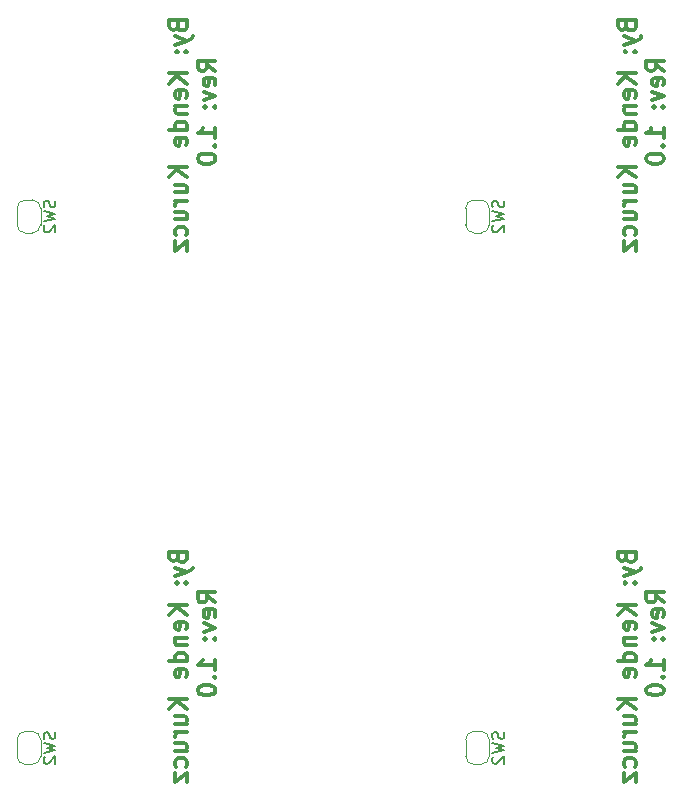
<source format=gbo>
G04 #@! TF.GenerationSoftware,KiCad,Pcbnew,9.0.3*
G04 #@! TF.CreationDate,2025-09-14T18:43:41+02:00*
G04 #@! TF.ProjectId,panel,70616e65-6c2e-46b6-9963-61645f706362,rev?*
G04 #@! TF.SameCoordinates,Original*
G04 #@! TF.FileFunction,Legend,Bot*
G04 #@! TF.FilePolarity,Positive*
%FSLAX46Y46*%
G04 Gerber Fmt 4.6, Leading zero omitted, Abs format (unit mm)*
G04 Created by KiCad (PCBNEW 9.0.3) date 2025-09-14 18:43:41*
%MOMM*%
%LPD*%
G01*
G04 APERTURE LIST*
%ADD10C,0.300000*%
%ADD11C,0.150000*%
%ADD12C,0.120000*%
G04 APERTURE END LIST*
D10*
X35831798Y-54611710D02*
X35903226Y-54825996D01*
X35903226Y-54825996D02*
X35974655Y-54897425D01*
X35974655Y-54897425D02*
X36117512Y-54968853D01*
X36117512Y-54968853D02*
X36331798Y-54968853D01*
X36331798Y-54968853D02*
X36474655Y-54897425D01*
X36474655Y-54897425D02*
X36546084Y-54825996D01*
X36546084Y-54825996D02*
X36617512Y-54683139D01*
X36617512Y-54683139D02*
X36617512Y-54111710D01*
X36617512Y-54111710D02*
X35117512Y-54111710D01*
X35117512Y-54111710D02*
X35117512Y-54611710D01*
X35117512Y-54611710D02*
X35188941Y-54754568D01*
X35188941Y-54754568D02*
X35260369Y-54825996D01*
X35260369Y-54825996D02*
X35403226Y-54897425D01*
X35403226Y-54897425D02*
X35546084Y-54897425D01*
X35546084Y-54897425D02*
X35688941Y-54825996D01*
X35688941Y-54825996D02*
X35760369Y-54754568D01*
X35760369Y-54754568D02*
X35831798Y-54611710D01*
X35831798Y-54611710D02*
X35831798Y-54111710D01*
X35617512Y-55468853D02*
X36617512Y-55825996D01*
X35617512Y-56183139D02*
X36617512Y-55825996D01*
X36617512Y-55825996D02*
X36974655Y-55683139D01*
X36974655Y-55683139D02*
X37046084Y-55611710D01*
X37046084Y-55611710D02*
X37117512Y-55468853D01*
X36474655Y-56754567D02*
X36546084Y-56825996D01*
X36546084Y-56825996D02*
X36617512Y-56754567D01*
X36617512Y-56754567D02*
X36546084Y-56683139D01*
X36546084Y-56683139D02*
X36474655Y-56754567D01*
X36474655Y-56754567D02*
X36617512Y-56754567D01*
X35688941Y-56754567D02*
X35760369Y-56825996D01*
X35760369Y-56825996D02*
X35831798Y-56754567D01*
X35831798Y-56754567D02*
X35760369Y-56683139D01*
X35760369Y-56683139D02*
X35688941Y-56754567D01*
X35688941Y-56754567D02*
X35831798Y-56754567D01*
X36617512Y-58611710D02*
X35117512Y-58611710D01*
X36617512Y-59468853D02*
X35760369Y-58825996D01*
X35117512Y-59468853D02*
X35974655Y-58611710D01*
X36546084Y-60683139D02*
X36617512Y-60540282D01*
X36617512Y-60540282D02*
X36617512Y-60254568D01*
X36617512Y-60254568D02*
X36546084Y-60111710D01*
X36546084Y-60111710D02*
X36403226Y-60040282D01*
X36403226Y-60040282D02*
X35831798Y-60040282D01*
X35831798Y-60040282D02*
X35688941Y-60111710D01*
X35688941Y-60111710D02*
X35617512Y-60254568D01*
X35617512Y-60254568D02*
X35617512Y-60540282D01*
X35617512Y-60540282D02*
X35688941Y-60683139D01*
X35688941Y-60683139D02*
X35831798Y-60754568D01*
X35831798Y-60754568D02*
X35974655Y-60754568D01*
X35974655Y-60754568D02*
X36117512Y-60040282D01*
X35617512Y-61397424D02*
X36617512Y-61397424D01*
X35760369Y-61397424D02*
X35688941Y-61468853D01*
X35688941Y-61468853D02*
X35617512Y-61611710D01*
X35617512Y-61611710D02*
X35617512Y-61825996D01*
X35617512Y-61825996D02*
X35688941Y-61968853D01*
X35688941Y-61968853D02*
X35831798Y-62040282D01*
X35831798Y-62040282D02*
X36617512Y-62040282D01*
X36617512Y-63397425D02*
X35117512Y-63397425D01*
X36546084Y-63397425D02*
X36617512Y-63254567D01*
X36617512Y-63254567D02*
X36617512Y-62968853D01*
X36617512Y-62968853D02*
X36546084Y-62825996D01*
X36546084Y-62825996D02*
X36474655Y-62754567D01*
X36474655Y-62754567D02*
X36331798Y-62683139D01*
X36331798Y-62683139D02*
X35903226Y-62683139D01*
X35903226Y-62683139D02*
X35760369Y-62754567D01*
X35760369Y-62754567D02*
X35688941Y-62825996D01*
X35688941Y-62825996D02*
X35617512Y-62968853D01*
X35617512Y-62968853D02*
X35617512Y-63254567D01*
X35617512Y-63254567D02*
X35688941Y-63397425D01*
X36546084Y-64683139D02*
X36617512Y-64540282D01*
X36617512Y-64540282D02*
X36617512Y-64254568D01*
X36617512Y-64254568D02*
X36546084Y-64111710D01*
X36546084Y-64111710D02*
X36403226Y-64040282D01*
X36403226Y-64040282D02*
X35831798Y-64040282D01*
X35831798Y-64040282D02*
X35688941Y-64111710D01*
X35688941Y-64111710D02*
X35617512Y-64254568D01*
X35617512Y-64254568D02*
X35617512Y-64540282D01*
X35617512Y-64540282D02*
X35688941Y-64683139D01*
X35688941Y-64683139D02*
X35831798Y-64754568D01*
X35831798Y-64754568D02*
X35974655Y-64754568D01*
X35974655Y-64754568D02*
X36117512Y-64040282D01*
X36617512Y-66540281D02*
X35117512Y-66540281D01*
X36617512Y-67397424D02*
X35760369Y-66754567D01*
X35117512Y-67397424D02*
X35974655Y-66540281D01*
X35617512Y-68683139D02*
X36617512Y-68683139D01*
X35617512Y-68040281D02*
X36403226Y-68040281D01*
X36403226Y-68040281D02*
X36546084Y-68111710D01*
X36546084Y-68111710D02*
X36617512Y-68254567D01*
X36617512Y-68254567D02*
X36617512Y-68468853D01*
X36617512Y-68468853D02*
X36546084Y-68611710D01*
X36546084Y-68611710D02*
X36474655Y-68683139D01*
X36617512Y-69397424D02*
X35617512Y-69397424D01*
X35903226Y-69397424D02*
X35760369Y-69468853D01*
X35760369Y-69468853D02*
X35688941Y-69540282D01*
X35688941Y-69540282D02*
X35617512Y-69683139D01*
X35617512Y-69683139D02*
X35617512Y-69825996D01*
X35617512Y-70968853D02*
X36617512Y-70968853D01*
X35617512Y-70325995D02*
X36403226Y-70325995D01*
X36403226Y-70325995D02*
X36546084Y-70397424D01*
X36546084Y-70397424D02*
X36617512Y-70540281D01*
X36617512Y-70540281D02*
X36617512Y-70754567D01*
X36617512Y-70754567D02*
X36546084Y-70897424D01*
X36546084Y-70897424D02*
X36474655Y-70968853D01*
X36546084Y-72325996D02*
X36617512Y-72183138D01*
X36617512Y-72183138D02*
X36617512Y-71897424D01*
X36617512Y-71897424D02*
X36546084Y-71754567D01*
X36546084Y-71754567D02*
X36474655Y-71683138D01*
X36474655Y-71683138D02*
X36331798Y-71611710D01*
X36331798Y-71611710D02*
X35903226Y-71611710D01*
X35903226Y-71611710D02*
X35760369Y-71683138D01*
X35760369Y-71683138D02*
X35688941Y-71754567D01*
X35688941Y-71754567D02*
X35617512Y-71897424D01*
X35617512Y-71897424D02*
X35617512Y-72183138D01*
X35617512Y-72183138D02*
X35688941Y-72325996D01*
X35617512Y-72825995D02*
X35617512Y-73611710D01*
X35617512Y-73611710D02*
X36617512Y-72825995D01*
X36617512Y-72825995D02*
X36617512Y-73611710D01*
X39032428Y-58397424D02*
X38318142Y-57897424D01*
X39032428Y-57540281D02*
X37532428Y-57540281D01*
X37532428Y-57540281D02*
X37532428Y-58111710D01*
X37532428Y-58111710D02*
X37603857Y-58254567D01*
X37603857Y-58254567D02*
X37675285Y-58325996D01*
X37675285Y-58325996D02*
X37818142Y-58397424D01*
X37818142Y-58397424D02*
X38032428Y-58397424D01*
X38032428Y-58397424D02*
X38175285Y-58325996D01*
X38175285Y-58325996D02*
X38246714Y-58254567D01*
X38246714Y-58254567D02*
X38318142Y-58111710D01*
X38318142Y-58111710D02*
X38318142Y-57540281D01*
X38961000Y-59611710D02*
X39032428Y-59468853D01*
X39032428Y-59468853D02*
X39032428Y-59183139D01*
X39032428Y-59183139D02*
X38961000Y-59040281D01*
X38961000Y-59040281D02*
X38818142Y-58968853D01*
X38818142Y-58968853D02*
X38246714Y-58968853D01*
X38246714Y-58968853D02*
X38103857Y-59040281D01*
X38103857Y-59040281D02*
X38032428Y-59183139D01*
X38032428Y-59183139D02*
X38032428Y-59468853D01*
X38032428Y-59468853D02*
X38103857Y-59611710D01*
X38103857Y-59611710D02*
X38246714Y-59683139D01*
X38246714Y-59683139D02*
X38389571Y-59683139D01*
X38389571Y-59683139D02*
X38532428Y-58968853D01*
X38032428Y-60183138D02*
X39032428Y-60540281D01*
X39032428Y-60540281D02*
X38032428Y-60897424D01*
X38889571Y-61468852D02*
X38961000Y-61540281D01*
X38961000Y-61540281D02*
X39032428Y-61468852D01*
X39032428Y-61468852D02*
X38961000Y-61397424D01*
X38961000Y-61397424D02*
X38889571Y-61468852D01*
X38889571Y-61468852D02*
X39032428Y-61468852D01*
X38103857Y-61468852D02*
X38175285Y-61540281D01*
X38175285Y-61540281D02*
X38246714Y-61468852D01*
X38246714Y-61468852D02*
X38175285Y-61397424D01*
X38175285Y-61397424D02*
X38103857Y-61468852D01*
X38103857Y-61468852D02*
X38246714Y-61468852D01*
X39032428Y-64111710D02*
X39032428Y-63254567D01*
X39032428Y-63683138D02*
X37532428Y-63683138D01*
X37532428Y-63683138D02*
X37746714Y-63540281D01*
X37746714Y-63540281D02*
X37889571Y-63397424D01*
X37889571Y-63397424D02*
X37961000Y-63254567D01*
X38889571Y-64754566D02*
X38961000Y-64825995D01*
X38961000Y-64825995D02*
X39032428Y-64754566D01*
X39032428Y-64754566D02*
X38961000Y-64683138D01*
X38961000Y-64683138D02*
X38889571Y-64754566D01*
X38889571Y-64754566D02*
X39032428Y-64754566D01*
X37532428Y-65754567D02*
X37532428Y-65897424D01*
X37532428Y-65897424D02*
X37603857Y-66040281D01*
X37603857Y-66040281D02*
X37675285Y-66111710D01*
X37675285Y-66111710D02*
X37818142Y-66183138D01*
X37818142Y-66183138D02*
X38103857Y-66254567D01*
X38103857Y-66254567D02*
X38461000Y-66254567D01*
X38461000Y-66254567D02*
X38746714Y-66183138D01*
X38746714Y-66183138D02*
X38889571Y-66111710D01*
X38889571Y-66111710D02*
X38961000Y-66040281D01*
X38961000Y-66040281D02*
X39032428Y-65897424D01*
X39032428Y-65897424D02*
X39032428Y-65754567D01*
X39032428Y-65754567D02*
X38961000Y-65611710D01*
X38961000Y-65611710D02*
X38889571Y-65540281D01*
X38889571Y-65540281D02*
X38746714Y-65468852D01*
X38746714Y-65468852D02*
X38461000Y-65397424D01*
X38461000Y-65397424D02*
X38103857Y-65397424D01*
X38103857Y-65397424D02*
X37818142Y-65468852D01*
X37818142Y-65468852D02*
X37675285Y-65540281D01*
X37675285Y-65540281D02*
X37603857Y-65611710D01*
X37603857Y-65611710D02*
X37532428Y-65754567D01*
X73819998Y-54611710D02*
X73891426Y-54825996D01*
X73891426Y-54825996D02*
X73962855Y-54897425D01*
X73962855Y-54897425D02*
X74105712Y-54968853D01*
X74105712Y-54968853D02*
X74319998Y-54968853D01*
X74319998Y-54968853D02*
X74462855Y-54897425D01*
X74462855Y-54897425D02*
X74534284Y-54825996D01*
X74534284Y-54825996D02*
X74605712Y-54683139D01*
X74605712Y-54683139D02*
X74605712Y-54111710D01*
X74605712Y-54111710D02*
X73105712Y-54111710D01*
X73105712Y-54111710D02*
X73105712Y-54611710D01*
X73105712Y-54611710D02*
X73177141Y-54754568D01*
X73177141Y-54754568D02*
X73248569Y-54825996D01*
X73248569Y-54825996D02*
X73391426Y-54897425D01*
X73391426Y-54897425D02*
X73534284Y-54897425D01*
X73534284Y-54897425D02*
X73677141Y-54825996D01*
X73677141Y-54825996D02*
X73748569Y-54754568D01*
X73748569Y-54754568D02*
X73819998Y-54611710D01*
X73819998Y-54611710D02*
X73819998Y-54111710D01*
X73605712Y-55468853D02*
X74605712Y-55825996D01*
X73605712Y-56183139D02*
X74605712Y-55825996D01*
X74605712Y-55825996D02*
X74962855Y-55683139D01*
X74962855Y-55683139D02*
X75034284Y-55611710D01*
X75034284Y-55611710D02*
X75105712Y-55468853D01*
X74462855Y-56754567D02*
X74534284Y-56825996D01*
X74534284Y-56825996D02*
X74605712Y-56754567D01*
X74605712Y-56754567D02*
X74534284Y-56683139D01*
X74534284Y-56683139D02*
X74462855Y-56754567D01*
X74462855Y-56754567D02*
X74605712Y-56754567D01*
X73677141Y-56754567D02*
X73748569Y-56825996D01*
X73748569Y-56825996D02*
X73819998Y-56754567D01*
X73819998Y-56754567D02*
X73748569Y-56683139D01*
X73748569Y-56683139D02*
X73677141Y-56754567D01*
X73677141Y-56754567D02*
X73819998Y-56754567D01*
X74605712Y-58611710D02*
X73105712Y-58611710D01*
X74605712Y-59468853D02*
X73748569Y-58825996D01*
X73105712Y-59468853D02*
X73962855Y-58611710D01*
X74534284Y-60683139D02*
X74605712Y-60540282D01*
X74605712Y-60540282D02*
X74605712Y-60254568D01*
X74605712Y-60254568D02*
X74534284Y-60111710D01*
X74534284Y-60111710D02*
X74391426Y-60040282D01*
X74391426Y-60040282D02*
X73819998Y-60040282D01*
X73819998Y-60040282D02*
X73677141Y-60111710D01*
X73677141Y-60111710D02*
X73605712Y-60254568D01*
X73605712Y-60254568D02*
X73605712Y-60540282D01*
X73605712Y-60540282D02*
X73677141Y-60683139D01*
X73677141Y-60683139D02*
X73819998Y-60754568D01*
X73819998Y-60754568D02*
X73962855Y-60754568D01*
X73962855Y-60754568D02*
X74105712Y-60040282D01*
X73605712Y-61397424D02*
X74605712Y-61397424D01*
X73748569Y-61397424D02*
X73677141Y-61468853D01*
X73677141Y-61468853D02*
X73605712Y-61611710D01*
X73605712Y-61611710D02*
X73605712Y-61825996D01*
X73605712Y-61825996D02*
X73677141Y-61968853D01*
X73677141Y-61968853D02*
X73819998Y-62040282D01*
X73819998Y-62040282D02*
X74605712Y-62040282D01*
X74605712Y-63397425D02*
X73105712Y-63397425D01*
X74534284Y-63397425D02*
X74605712Y-63254567D01*
X74605712Y-63254567D02*
X74605712Y-62968853D01*
X74605712Y-62968853D02*
X74534284Y-62825996D01*
X74534284Y-62825996D02*
X74462855Y-62754567D01*
X74462855Y-62754567D02*
X74319998Y-62683139D01*
X74319998Y-62683139D02*
X73891426Y-62683139D01*
X73891426Y-62683139D02*
X73748569Y-62754567D01*
X73748569Y-62754567D02*
X73677141Y-62825996D01*
X73677141Y-62825996D02*
X73605712Y-62968853D01*
X73605712Y-62968853D02*
X73605712Y-63254567D01*
X73605712Y-63254567D02*
X73677141Y-63397425D01*
X74534284Y-64683139D02*
X74605712Y-64540282D01*
X74605712Y-64540282D02*
X74605712Y-64254568D01*
X74605712Y-64254568D02*
X74534284Y-64111710D01*
X74534284Y-64111710D02*
X74391426Y-64040282D01*
X74391426Y-64040282D02*
X73819998Y-64040282D01*
X73819998Y-64040282D02*
X73677141Y-64111710D01*
X73677141Y-64111710D02*
X73605712Y-64254568D01*
X73605712Y-64254568D02*
X73605712Y-64540282D01*
X73605712Y-64540282D02*
X73677141Y-64683139D01*
X73677141Y-64683139D02*
X73819998Y-64754568D01*
X73819998Y-64754568D02*
X73962855Y-64754568D01*
X73962855Y-64754568D02*
X74105712Y-64040282D01*
X74605712Y-66540281D02*
X73105712Y-66540281D01*
X74605712Y-67397424D02*
X73748569Y-66754567D01*
X73105712Y-67397424D02*
X73962855Y-66540281D01*
X73605712Y-68683139D02*
X74605712Y-68683139D01*
X73605712Y-68040281D02*
X74391426Y-68040281D01*
X74391426Y-68040281D02*
X74534284Y-68111710D01*
X74534284Y-68111710D02*
X74605712Y-68254567D01*
X74605712Y-68254567D02*
X74605712Y-68468853D01*
X74605712Y-68468853D02*
X74534284Y-68611710D01*
X74534284Y-68611710D02*
X74462855Y-68683139D01*
X74605712Y-69397424D02*
X73605712Y-69397424D01*
X73891426Y-69397424D02*
X73748569Y-69468853D01*
X73748569Y-69468853D02*
X73677141Y-69540282D01*
X73677141Y-69540282D02*
X73605712Y-69683139D01*
X73605712Y-69683139D02*
X73605712Y-69825996D01*
X73605712Y-70968853D02*
X74605712Y-70968853D01*
X73605712Y-70325995D02*
X74391426Y-70325995D01*
X74391426Y-70325995D02*
X74534284Y-70397424D01*
X74534284Y-70397424D02*
X74605712Y-70540281D01*
X74605712Y-70540281D02*
X74605712Y-70754567D01*
X74605712Y-70754567D02*
X74534284Y-70897424D01*
X74534284Y-70897424D02*
X74462855Y-70968853D01*
X74534284Y-72325996D02*
X74605712Y-72183138D01*
X74605712Y-72183138D02*
X74605712Y-71897424D01*
X74605712Y-71897424D02*
X74534284Y-71754567D01*
X74534284Y-71754567D02*
X74462855Y-71683138D01*
X74462855Y-71683138D02*
X74319998Y-71611710D01*
X74319998Y-71611710D02*
X73891426Y-71611710D01*
X73891426Y-71611710D02*
X73748569Y-71683138D01*
X73748569Y-71683138D02*
X73677141Y-71754567D01*
X73677141Y-71754567D02*
X73605712Y-71897424D01*
X73605712Y-71897424D02*
X73605712Y-72183138D01*
X73605712Y-72183138D02*
X73677141Y-72325996D01*
X73605712Y-72825995D02*
X73605712Y-73611710D01*
X73605712Y-73611710D02*
X74605712Y-72825995D01*
X74605712Y-72825995D02*
X74605712Y-73611710D01*
X77020628Y-58397424D02*
X76306342Y-57897424D01*
X77020628Y-57540281D02*
X75520628Y-57540281D01*
X75520628Y-57540281D02*
X75520628Y-58111710D01*
X75520628Y-58111710D02*
X75592057Y-58254567D01*
X75592057Y-58254567D02*
X75663485Y-58325996D01*
X75663485Y-58325996D02*
X75806342Y-58397424D01*
X75806342Y-58397424D02*
X76020628Y-58397424D01*
X76020628Y-58397424D02*
X76163485Y-58325996D01*
X76163485Y-58325996D02*
X76234914Y-58254567D01*
X76234914Y-58254567D02*
X76306342Y-58111710D01*
X76306342Y-58111710D02*
X76306342Y-57540281D01*
X76949200Y-59611710D02*
X77020628Y-59468853D01*
X77020628Y-59468853D02*
X77020628Y-59183139D01*
X77020628Y-59183139D02*
X76949200Y-59040281D01*
X76949200Y-59040281D02*
X76806342Y-58968853D01*
X76806342Y-58968853D02*
X76234914Y-58968853D01*
X76234914Y-58968853D02*
X76092057Y-59040281D01*
X76092057Y-59040281D02*
X76020628Y-59183139D01*
X76020628Y-59183139D02*
X76020628Y-59468853D01*
X76020628Y-59468853D02*
X76092057Y-59611710D01*
X76092057Y-59611710D02*
X76234914Y-59683139D01*
X76234914Y-59683139D02*
X76377771Y-59683139D01*
X76377771Y-59683139D02*
X76520628Y-58968853D01*
X76020628Y-60183138D02*
X77020628Y-60540281D01*
X77020628Y-60540281D02*
X76020628Y-60897424D01*
X76877771Y-61468852D02*
X76949200Y-61540281D01*
X76949200Y-61540281D02*
X77020628Y-61468852D01*
X77020628Y-61468852D02*
X76949200Y-61397424D01*
X76949200Y-61397424D02*
X76877771Y-61468852D01*
X76877771Y-61468852D02*
X77020628Y-61468852D01*
X76092057Y-61468852D02*
X76163485Y-61540281D01*
X76163485Y-61540281D02*
X76234914Y-61468852D01*
X76234914Y-61468852D02*
X76163485Y-61397424D01*
X76163485Y-61397424D02*
X76092057Y-61468852D01*
X76092057Y-61468852D02*
X76234914Y-61468852D01*
X77020628Y-64111710D02*
X77020628Y-63254567D01*
X77020628Y-63683138D02*
X75520628Y-63683138D01*
X75520628Y-63683138D02*
X75734914Y-63540281D01*
X75734914Y-63540281D02*
X75877771Y-63397424D01*
X75877771Y-63397424D02*
X75949200Y-63254567D01*
X76877771Y-64754566D02*
X76949200Y-64825995D01*
X76949200Y-64825995D02*
X77020628Y-64754566D01*
X77020628Y-64754566D02*
X76949200Y-64683138D01*
X76949200Y-64683138D02*
X76877771Y-64754566D01*
X76877771Y-64754566D02*
X77020628Y-64754566D01*
X75520628Y-65754567D02*
X75520628Y-65897424D01*
X75520628Y-65897424D02*
X75592057Y-66040281D01*
X75592057Y-66040281D02*
X75663485Y-66111710D01*
X75663485Y-66111710D02*
X75806342Y-66183138D01*
X75806342Y-66183138D02*
X76092057Y-66254567D01*
X76092057Y-66254567D02*
X76449200Y-66254567D01*
X76449200Y-66254567D02*
X76734914Y-66183138D01*
X76734914Y-66183138D02*
X76877771Y-66111710D01*
X76877771Y-66111710D02*
X76949200Y-66040281D01*
X76949200Y-66040281D02*
X77020628Y-65897424D01*
X77020628Y-65897424D02*
X77020628Y-65754567D01*
X77020628Y-65754567D02*
X76949200Y-65611710D01*
X76949200Y-65611710D02*
X76877771Y-65540281D01*
X76877771Y-65540281D02*
X76734914Y-65468852D01*
X76734914Y-65468852D02*
X76449200Y-65397424D01*
X76449200Y-65397424D02*
X76092057Y-65397424D01*
X76092057Y-65397424D02*
X75806342Y-65468852D01*
X75806342Y-65468852D02*
X75663485Y-65540281D01*
X75663485Y-65540281D02*
X75592057Y-65611710D01*
X75592057Y-65611710D02*
X75520628Y-65754567D01*
X35831798Y-9613310D02*
X35903226Y-9827596D01*
X35903226Y-9827596D02*
X35974655Y-9899025D01*
X35974655Y-9899025D02*
X36117512Y-9970453D01*
X36117512Y-9970453D02*
X36331798Y-9970453D01*
X36331798Y-9970453D02*
X36474655Y-9899025D01*
X36474655Y-9899025D02*
X36546084Y-9827596D01*
X36546084Y-9827596D02*
X36617512Y-9684739D01*
X36617512Y-9684739D02*
X36617512Y-9113310D01*
X36617512Y-9113310D02*
X35117512Y-9113310D01*
X35117512Y-9113310D02*
X35117512Y-9613310D01*
X35117512Y-9613310D02*
X35188941Y-9756168D01*
X35188941Y-9756168D02*
X35260369Y-9827596D01*
X35260369Y-9827596D02*
X35403226Y-9899025D01*
X35403226Y-9899025D02*
X35546084Y-9899025D01*
X35546084Y-9899025D02*
X35688941Y-9827596D01*
X35688941Y-9827596D02*
X35760369Y-9756168D01*
X35760369Y-9756168D02*
X35831798Y-9613310D01*
X35831798Y-9613310D02*
X35831798Y-9113310D01*
X35617512Y-10470453D02*
X36617512Y-10827596D01*
X35617512Y-11184739D02*
X36617512Y-10827596D01*
X36617512Y-10827596D02*
X36974655Y-10684739D01*
X36974655Y-10684739D02*
X37046084Y-10613310D01*
X37046084Y-10613310D02*
X37117512Y-10470453D01*
X36474655Y-11756167D02*
X36546084Y-11827596D01*
X36546084Y-11827596D02*
X36617512Y-11756167D01*
X36617512Y-11756167D02*
X36546084Y-11684739D01*
X36546084Y-11684739D02*
X36474655Y-11756167D01*
X36474655Y-11756167D02*
X36617512Y-11756167D01*
X35688941Y-11756167D02*
X35760369Y-11827596D01*
X35760369Y-11827596D02*
X35831798Y-11756167D01*
X35831798Y-11756167D02*
X35760369Y-11684739D01*
X35760369Y-11684739D02*
X35688941Y-11756167D01*
X35688941Y-11756167D02*
X35831798Y-11756167D01*
X36617512Y-13613310D02*
X35117512Y-13613310D01*
X36617512Y-14470453D02*
X35760369Y-13827596D01*
X35117512Y-14470453D02*
X35974655Y-13613310D01*
X36546084Y-15684739D02*
X36617512Y-15541882D01*
X36617512Y-15541882D02*
X36617512Y-15256168D01*
X36617512Y-15256168D02*
X36546084Y-15113310D01*
X36546084Y-15113310D02*
X36403226Y-15041882D01*
X36403226Y-15041882D02*
X35831798Y-15041882D01*
X35831798Y-15041882D02*
X35688941Y-15113310D01*
X35688941Y-15113310D02*
X35617512Y-15256168D01*
X35617512Y-15256168D02*
X35617512Y-15541882D01*
X35617512Y-15541882D02*
X35688941Y-15684739D01*
X35688941Y-15684739D02*
X35831798Y-15756168D01*
X35831798Y-15756168D02*
X35974655Y-15756168D01*
X35974655Y-15756168D02*
X36117512Y-15041882D01*
X35617512Y-16399024D02*
X36617512Y-16399024D01*
X35760369Y-16399024D02*
X35688941Y-16470453D01*
X35688941Y-16470453D02*
X35617512Y-16613310D01*
X35617512Y-16613310D02*
X35617512Y-16827596D01*
X35617512Y-16827596D02*
X35688941Y-16970453D01*
X35688941Y-16970453D02*
X35831798Y-17041882D01*
X35831798Y-17041882D02*
X36617512Y-17041882D01*
X36617512Y-18399025D02*
X35117512Y-18399025D01*
X36546084Y-18399025D02*
X36617512Y-18256167D01*
X36617512Y-18256167D02*
X36617512Y-17970453D01*
X36617512Y-17970453D02*
X36546084Y-17827596D01*
X36546084Y-17827596D02*
X36474655Y-17756167D01*
X36474655Y-17756167D02*
X36331798Y-17684739D01*
X36331798Y-17684739D02*
X35903226Y-17684739D01*
X35903226Y-17684739D02*
X35760369Y-17756167D01*
X35760369Y-17756167D02*
X35688941Y-17827596D01*
X35688941Y-17827596D02*
X35617512Y-17970453D01*
X35617512Y-17970453D02*
X35617512Y-18256167D01*
X35617512Y-18256167D02*
X35688941Y-18399025D01*
X36546084Y-19684739D02*
X36617512Y-19541882D01*
X36617512Y-19541882D02*
X36617512Y-19256168D01*
X36617512Y-19256168D02*
X36546084Y-19113310D01*
X36546084Y-19113310D02*
X36403226Y-19041882D01*
X36403226Y-19041882D02*
X35831798Y-19041882D01*
X35831798Y-19041882D02*
X35688941Y-19113310D01*
X35688941Y-19113310D02*
X35617512Y-19256168D01*
X35617512Y-19256168D02*
X35617512Y-19541882D01*
X35617512Y-19541882D02*
X35688941Y-19684739D01*
X35688941Y-19684739D02*
X35831798Y-19756168D01*
X35831798Y-19756168D02*
X35974655Y-19756168D01*
X35974655Y-19756168D02*
X36117512Y-19041882D01*
X36617512Y-21541881D02*
X35117512Y-21541881D01*
X36617512Y-22399024D02*
X35760369Y-21756167D01*
X35117512Y-22399024D02*
X35974655Y-21541881D01*
X35617512Y-23684739D02*
X36617512Y-23684739D01*
X35617512Y-23041881D02*
X36403226Y-23041881D01*
X36403226Y-23041881D02*
X36546084Y-23113310D01*
X36546084Y-23113310D02*
X36617512Y-23256167D01*
X36617512Y-23256167D02*
X36617512Y-23470453D01*
X36617512Y-23470453D02*
X36546084Y-23613310D01*
X36546084Y-23613310D02*
X36474655Y-23684739D01*
X36617512Y-24399024D02*
X35617512Y-24399024D01*
X35903226Y-24399024D02*
X35760369Y-24470453D01*
X35760369Y-24470453D02*
X35688941Y-24541882D01*
X35688941Y-24541882D02*
X35617512Y-24684739D01*
X35617512Y-24684739D02*
X35617512Y-24827596D01*
X35617512Y-25970453D02*
X36617512Y-25970453D01*
X35617512Y-25327595D02*
X36403226Y-25327595D01*
X36403226Y-25327595D02*
X36546084Y-25399024D01*
X36546084Y-25399024D02*
X36617512Y-25541881D01*
X36617512Y-25541881D02*
X36617512Y-25756167D01*
X36617512Y-25756167D02*
X36546084Y-25899024D01*
X36546084Y-25899024D02*
X36474655Y-25970453D01*
X36546084Y-27327596D02*
X36617512Y-27184738D01*
X36617512Y-27184738D02*
X36617512Y-26899024D01*
X36617512Y-26899024D02*
X36546084Y-26756167D01*
X36546084Y-26756167D02*
X36474655Y-26684738D01*
X36474655Y-26684738D02*
X36331798Y-26613310D01*
X36331798Y-26613310D02*
X35903226Y-26613310D01*
X35903226Y-26613310D02*
X35760369Y-26684738D01*
X35760369Y-26684738D02*
X35688941Y-26756167D01*
X35688941Y-26756167D02*
X35617512Y-26899024D01*
X35617512Y-26899024D02*
X35617512Y-27184738D01*
X35617512Y-27184738D02*
X35688941Y-27327596D01*
X35617512Y-27827595D02*
X35617512Y-28613310D01*
X35617512Y-28613310D02*
X36617512Y-27827595D01*
X36617512Y-27827595D02*
X36617512Y-28613310D01*
X39032428Y-13399024D02*
X38318142Y-12899024D01*
X39032428Y-12541881D02*
X37532428Y-12541881D01*
X37532428Y-12541881D02*
X37532428Y-13113310D01*
X37532428Y-13113310D02*
X37603857Y-13256167D01*
X37603857Y-13256167D02*
X37675285Y-13327596D01*
X37675285Y-13327596D02*
X37818142Y-13399024D01*
X37818142Y-13399024D02*
X38032428Y-13399024D01*
X38032428Y-13399024D02*
X38175285Y-13327596D01*
X38175285Y-13327596D02*
X38246714Y-13256167D01*
X38246714Y-13256167D02*
X38318142Y-13113310D01*
X38318142Y-13113310D02*
X38318142Y-12541881D01*
X38961000Y-14613310D02*
X39032428Y-14470453D01*
X39032428Y-14470453D02*
X39032428Y-14184739D01*
X39032428Y-14184739D02*
X38961000Y-14041881D01*
X38961000Y-14041881D02*
X38818142Y-13970453D01*
X38818142Y-13970453D02*
X38246714Y-13970453D01*
X38246714Y-13970453D02*
X38103857Y-14041881D01*
X38103857Y-14041881D02*
X38032428Y-14184739D01*
X38032428Y-14184739D02*
X38032428Y-14470453D01*
X38032428Y-14470453D02*
X38103857Y-14613310D01*
X38103857Y-14613310D02*
X38246714Y-14684739D01*
X38246714Y-14684739D02*
X38389571Y-14684739D01*
X38389571Y-14684739D02*
X38532428Y-13970453D01*
X38032428Y-15184738D02*
X39032428Y-15541881D01*
X39032428Y-15541881D02*
X38032428Y-15899024D01*
X38889571Y-16470452D02*
X38961000Y-16541881D01*
X38961000Y-16541881D02*
X39032428Y-16470452D01*
X39032428Y-16470452D02*
X38961000Y-16399024D01*
X38961000Y-16399024D02*
X38889571Y-16470452D01*
X38889571Y-16470452D02*
X39032428Y-16470452D01*
X38103857Y-16470452D02*
X38175285Y-16541881D01*
X38175285Y-16541881D02*
X38246714Y-16470452D01*
X38246714Y-16470452D02*
X38175285Y-16399024D01*
X38175285Y-16399024D02*
X38103857Y-16470452D01*
X38103857Y-16470452D02*
X38246714Y-16470452D01*
X39032428Y-19113310D02*
X39032428Y-18256167D01*
X39032428Y-18684738D02*
X37532428Y-18684738D01*
X37532428Y-18684738D02*
X37746714Y-18541881D01*
X37746714Y-18541881D02*
X37889571Y-18399024D01*
X37889571Y-18399024D02*
X37961000Y-18256167D01*
X38889571Y-19756166D02*
X38961000Y-19827595D01*
X38961000Y-19827595D02*
X39032428Y-19756166D01*
X39032428Y-19756166D02*
X38961000Y-19684738D01*
X38961000Y-19684738D02*
X38889571Y-19756166D01*
X38889571Y-19756166D02*
X39032428Y-19756166D01*
X37532428Y-20756167D02*
X37532428Y-20899024D01*
X37532428Y-20899024D02*
X37603857Y-21041881D01*
X37603857Y-21041881D02*
X37675285Y-21113310D01*
X37675285Y-21113310D02*
X37818142Y-21184738D01*
X37818142Y-21184738D02*
X38103857Y-21256167D01*
X38103857Y-21256167D02*
X38461000Y-21256167D01*
X38461000Y-21256167D02*
X38746714Y-21184738D01*
X38746714Y-21184738D02*
X38889571Y-21113310D01*
X38889571Y-21113310D02*
X38961000Y-21041881D01*
X38961000Y-21041881D02*
X39032428Y-20899024D01*
X39032428Y-20899024D02*
X39032428Y-20756167D01*
X39032428Y-20756167D02*
X38961000Y-20613310D01*
X38961000Y-20613310D02*
X38889571Y-20541881D01*
X38889571Y-20541881D02*
X38746714Y-20470452D01*
X38746714Y-20470452D02*
X38461000Y-20399024D01*
X38461000Y-20399024D02*
X38103857Y-20399024D01*
X38103857Y-20399024D02*
X37818142Y-20470452D01*
X37818142Y-20470452D02*
X37675285Y-20541881D01*
X37675285Y-20541881D02*
X37603857Y-20613310D01*
X37603857Y-20613310D02*
X37532428Y-20756167D01*
X73819998Y-9613310D02*
X73891426Y-9827596D01*
X73891426Y-9827596D02*
X73962855Y-9899025D01*
X73962855Y-9899025D02*
X74105712Y-9970453D01*
X74105712Y-9970453D02*
X74319998Y-9970453D01*
X74319998Y-9970453D02*
X74462855Y-9899025D01*
X74462855Y-9899025D02*
X74534284Y-9827596D01*
X74534284Y-9827596D02*
X74605712Y-9684739D01*
X74605712Y-9684739D02*
X74605712Y-9113310D01*
X74605712Y-9113310D02*
X73105712Y-9113310D01*
X73105712Y-9113310D02*
X73105712Y-9613310D01*
X73105712Y-9613310D02*
X73177141Y-9756168D01*
X73177141Y-9756168D02*
X73248569Y-9827596D01*
X73248569Y-9827596D02*
X73391426Y-9899025D01*
X73391426Y-9899025D02*
X73534284Y-9899025D01*
X73534284Y-9899025D02*
X73677141Y-9827596D01*
X73677141Y-9827596D02*
X73748569Y-9756168D01*
X73748569Y-9756168D02*
X73819998Y-9613310D01*
X73819998Y-9613310D02*
X73819998Y-9113310D01*
X73605712Y-10470453D02*
X74605712Y-10827596D01*
X73605712Y-11184739D02*
X74605712Y-10827596D01*
X74605712Y-10827596D02*
X74962855Y-10684739D01*
X74962855Y-10684739D02*
X75034284Y-10613310D01*
X75034284Y-10613310D02*
X75105712Y-10470453D01*
X74462855Y-11756167D02*
X74534284Y-11827596D01*
X74534284Y-11827596D02*
X74605712Y-11756167D01*
X74605712Y-11756167D02*
X74534284Y-11684739D01*
X74534284Y-11684739D02*
X74462855Y-11756167D01*
X74462855Y-11756167D02*
X74605712Y-11756167D01*
X73677141Y-11756167D02*
X73748569Y-11827596D01*
X73748569Y-11827596D02*
X73819998Y-11756167D01*
X73819998Y-11756167D02*
X73748569Y-11684739D01*
X73748569Y-11684739D02*
X73677141Y-11756167D01*
X73677141Y-11756167D02*
X73819998Y-11756167D01*
X74605712Y-13613310D02*
X73105712Y-13613310D01*
X74605712Y-14470453D02*
X73748569Y-13827596D01*
X73105712Y-14470453D02*
X73962855Y-13613310D01*
X74534284Y-15684739D02*
X74605712Y-15541882D01*
X74605712Y-15541882D02*
X74605712Y-15256168D01*
X74605712Y-15256168D02*
X74534284Y-15113310D01*
X74534284Y-15113310D02*
X74391426Y-15041882D01*
X74391426Y-15041882D02*
X73819998Y-15041882D01*
X73819998Y-15041882D02*
X73677141Y-15113310D01*
X73677141Y-15113310D02*
X73605712Y-15256168D01*
X73605712Y-15256168D02*
X73605712Y-15541882D01*
X73605712Y-15541882D02*
X73677141Y-15684739D01*
X73677141Y-15684739D02*
X73819998Y-15756168D01*
X73819998Y-15756168D02*
X73962855Y-15756168D01*
X73962855Y-15756168D02*
X74105712Y-15041882D01*
X73605712Y-16399024D02*
X74605712Y-16399024D01*
X73748569Y-16399024D02*
X73677141Y-16470453D01*
X73677141Y-16470453D02*
X73605712Y-16613310D01*
X73605712Y-16613310D02*
X73605712Y-16827596D01*
X73605712Y-16827596D02*
X73677141Y-16970453D01*
X73677141Y-16970453D02*
X73819998Y-17041882D01*
X73819998Y-17041882D02*
X74605712Y-17041882D01*
X74605712Y-18399025D02*
X73105712Y-18399025D01*
X74534284Y-18399025D02*
X74605712Y-18256167D01*
X74605712Y-18256167D02*
X74605712Y-17970453D01*
X74605712Y-17970453D02*
X74534284Y-17827596D01*
X74534284Y-17827596D02*
X74462855Y-17756167D01*
X74462855Y-17756167D02*
X74319998Y-17684739D01*
X74319998Y-17684739D02*
X73891426Y-17684739D01*
X73891426Y-17684739D02*
X73748569Y-17756167D01*
X73748569Y-17756167D02*
X73677141Y-17827596D01*
X73677141Y-17827596D02*
X73605712Y-17970453D01*
X73605712Y-17970453D02*
X73605712Y-18256167D01*
X73605712Y-18256167D02*
X73677141Y-18399025D01*
X74534284Y-19684739D02*
X74605712Y-19541882D01*
X74605712Y-19541882D02*
X74605712Y-19256168D01*
X74605712Y-19256168D02*
X74534284Y-19113310D01*
X74534284Y-19113310D02*
X74391426Y-19041882D01*
X74391426Y-19041882D02*
X73819998Y-19041882D01*
X73819998Y-19041882D02*
X73677141Y-19113310D01*
X73677141Y-19113310D02*
X73605712Y-19256168D01*
X73605712Y-19256168D02*
X73605712Y-19541882D01*
X73605712Y-19541882D02*
X73677141Y-19684739D01*
X73677141Y-19684739D02*
X73819998Y-19756168D01*
X73819998Y-19756168D02*
X73962855Y-19756168D01*
X73962855Y-19756168D02*
X74105712Y-19041882D01*
X74605712Y-21541881D02*
X73105712Y-21541881D01*
X74605712Y-22399024D02*
X73748569Y-21756167D01*
X73105712Y-22399024D02*
X73962855Y-21541881D01*
X73605712Y-23684739D02*
X74605712Y-23684739D01*
X73605712Y-23041881D02*
X74391426Y-23041881D01*
X74391426Y-23041881D02*
X74534284Y-23113310D01*
X74534284Y-23113310D02*
X74605712Y-23256167D01*
X74605712Y-23256167D02*
X74605712Y-23470453D01*
X74605712Y-23470453D02*
X74534284Y-23613310D01*
X74534284Y-23613310D02*
X74462855Y-23684739D01*
X74605712Y-24399024D02*
X73605712Y-24399024D01*
X73891426Y-24399024D02*
X73748569Y-24470453D01*
X73748569Y-24470453D02*
X73677141Y-24541882D01*
X73677141Y-24541882D02*
X73605712Y-24684739D01*
X73605712Y-24684739D02*
X73605712Y-24827596D01*
X73605712Y-25970453D02*
X74605712Y-25970453D01*
X73605712Y-25327595D02*
X74391426Y-25327595D01*
X74391426Y-25327595D02*
X74534284Y-25399024D01*
X74534284Y-25399024D02*
X74605712Y-25541881D01*
X74605712Y-25541881D02*
X74605712Y-25756167D01*
X74605712Y-25756167D02*
X74534284Y-25899024D01*
X74534284Y-25899024D02*
X74462855Y-25970453D01*
X74534284Y-27327596D02*
X74605712Y-27184738D01*
X74605712Y-27184738D02*
X74605712Y-26899024D01*
X74605712Y-26899024D02*
X74534284Y-26756167D01*
X74534284Y-26756167D02*
X74462855Y-26684738D01*
X74462855Y-26684738D02*
X74319998Y-26613310D01*
X74319998Y-26613310D02*
X73891426Y-26613310D01*
X73891426Y-26613310D02*
X73748569Y-26684738D01*
X73748569Y-26684738D02*
X73677141Y-26756167D01*
X73677141Y-26756167D02*
X73605712Y-26899024D01*
X73605712Y-26899024D02*
X73605712Y-27184738D01*
X73605712Y-27184738D02*
X73677141Y-27327596D01*
X73605712Y-27827595D02*
X73605712Y-28613310D01*
X73605712Y-28613310D02*
X74605712Y-27827595D01*
X74605712Y-27827595D02*
X74605712Y-28613310D01*
X77020628Y-13399024D02*
X76306342Y-12899024D01*
X77020628Y-12541881D02*
X75520628Y-12541881D01*
X75520628Y-12541881D02*
X75520628Y-13113310D01*
X75520628Y-13113310D02*
X75592057Y-13256167D01*
X75592057Y-13256167D02*
X75663485Y-13327596D01*
X75663485Y-13327596D02*
X75806342Y-13399024D01*
X75806342Y-13399024D02*
X76020628Y-13399024D01*
X76020628Y-13399024D02*
X76163485Y-13327596D01*
X76163485Y-13327596D02*
X76234914Y-13256167D01*
X76234914Y-13256167D02*
X76306342Y-13113310D01*
X76306342Y-13113310D02*
X76306342Y-12541881D01*
X76949200Y-14613310D02*
X77020628Y-14470453D01*
X77020628Y-14470453D02*
X77020628Y-14184739D01*
X77020628Y-14184739D02*
X76949200Y-14041881D01*
X76949200Y-14041881D02*
X76806342Y-13970453D01*
X76806342Y-13970453D02*
X76234914Y-13970453D01*
X76234914Y-13970453D02*
X76092057Y-14041881D01*
X76092057Y-14041881D02*
X76020628Y-14184739D01*
X76020628Y-14184739D02*
X76020628Y-14470453D01*
X76020628Y-14470453D02*
X76092057Y-14613310D01*
X76092057Y-14613310D02*
X76234914Y-14684739D01*
X76234914Y-14684739D02*
X76377771Y-14684739D01*
X76377771Y-14684739D02*
X76520628Y-13970453D01*
X76020628Y-15184738D02*
X77020628Y-15541881D01*
X77020628Y-15541881D02*
X76020628Y-15899024D01*
X76877771Y-16470452D02*
X76949200Y-16541881D01*
X76949200Y-16541881D02*
X77020628Y-16470452D01*
X77020628Y-16470452D02*
X76949200Y-16399024D01*
X76949200Y-16399024D02*
X76877771Y-16470452D01*
X76877771Y-16470452D02*
X77020628Y-16470452D01*
X76092057Y-16470452D02*
X76163485Y-16541881D01*
X76163485Y-16541881D02*
X76234914Y-16470452D01*
X76234914Y-16470452D02*
X76163485Y-16399024D01*
X76163485Y-16399024D02*
X76092057Y-16470452D01*
X76092057Y-16470452D02*
X76234914Y-16470452D01*
X77020628Y-19113310D02*
X77020628Y-18256167D01*
X77020628Y-18684738D02*
X75520628Y-18684738D01*
X75520628Y-18684738D02*
X75734914Y-18541881D01*
X75734914Y-18541881D02*
X75877771Y-18399024D01*
X75877771Y-18399024D02*
X75949200Y-18256167D01*
X76877771Y-19756166D02*
X76949200Y-19827595D01*
X76949200Y-19827595D02*
X77020628Y-19756166D01*
X77020628Y-19756166D02*
X76949200Y-19684738D01*
X76949200Y-19684738D02*
X76877771Y-19756166D01*
X76877771Y-19756166D02*
X77020628Y-19756166D01*
X75520628Y-20756167D02*
X75520628Y-20899024D01*
X75520628Y-20899024D02*
X75592057Y-21041881D01*
X75592057Y-21041881D02*
X75663485Y-21113310D01*
X75663485Y-21113310D02*
X75806342Y-21184738D01*
X75806342Y-21184738D02*
X76092057Y-21256167D01*
X76092057Y-21256167D02*
X76449200Y-21256167D01*
X76449200Y-21256167D02*
X76734914Y-21184738D01*
X76734914Y-21184738D02*
X76877771Y-21113310D01*
X76877771Y-21113310D02*
X76949200Y-21041881D01*
X76949200Y-21041881D02*
X77020628Y-20899024D01*
X77020628Y-20899024D02*
X77020628Y-20756167D01*
X77020628Y-20756167D02*
X76949200Y-20613310D01*
X76949200Y-20613310D02*
X76877771Y-20541881D01*
X76877771Y-20541881D02*
X76734914Y-20470452D01*
X76734914Y-20470452D02*
X76449200Y-20399024D01*
X76449200Y-20399024D02*
X76092057Y-20399024D01*
X76092057Y-20399024D02*
X75806342Y-20470452D01*
X75806342Y-20470452D02*
X75663485Y-20541881D01*
X75663485Y-20541881D02*
X75592057Y-20613310D01*
X75592057Y-20613310D02*
X75520628Y-20756167D01*
D11*
X63425000Y-24385467D02*
X63472619Y-24528324D01*
X63472619Y-24528324D02*
X63472619Y-24766419D01*
X63472619Y-24766419D02*
X63425000Y-24861657D01*
X63425000Y-24861657D02*
X63377380Y-24909276D01*
X63377380Y-24909276D02*
X63282142Y-24956895D01*
X63282142Y-24956895D02*
X63186904Y-24956895D01*
X63186904Y-24956895D02*
X63091666Y-24909276D01*
X63091666Y-24909276D02*
X63044047Y-24861657D01*
X63044047Y-24861657D02*
X62996428Y-24766419D01*
X62996428Y-24766419D02*
X62948809Y-24575943D01*
X62948809Y-24575943D02*
X62901190Y-24480705D01*
X62901190Y-24480705D02*
X62853571Y-24433086D01*
X62853571Y-24433086D02*
X62758333Y-24385467D01*
X62758333Y-24385467D02*
X62663095Y-24385467D01*
X62663095Y-24385467D02*
X62567857Y-24433086D01*
X62567857Y-24433086D02*
X62520238Y-24480705D01*
X62520238Y-24480705D02*
X62472619Y-24575943D01*
X62472619Y-24575943D02*
X62472619Y-24814038D01*
X62472619Y-24814038D02*
X62520238Y-24956895D01*
X62472619Y-25290229D02*
X63472619Y-25528324D01*
X63472619Y-25528324D02*
X62758333Y-25718800D01*
X62758333Y-25718800D02*
X63472619Y-25909276D01*
X63472619Y-25909276D02*
X62472619Y-26147372D01*
X62567857Y-26480705D02*
X62520238Y-26528324D01*
X62520238Y-26528324D02*
X62472619Y-26623562D01*
X62472619Y-26623562D02*
X62472619Y-26861657D01*
X62472619Y-26861657D02*
X62520238Y-26956895D01*
X62520238Y-26956895D02*
X62567857Y-27004514D01*
X62567857Y-27004514D02*
X62663095Y-27052133D01*
X62663095Y-27052133D02*
X62758333Y-27052133D01*
X62758333Y-27052133D02*
X62901190Y-27004514D01*
X62901190Y-27004514D02*
X63472619Y-26433086D01*
X63472619Y-26433086D02*
X63472619Y-27052133D01*
X25436800Y-69383867D02*
X25484419Y-69526724D01*
X25484419Y-69526724D02*
X25484419Y-69764819D01*
X25484419Y-69764819D02*
X25436800Y-69860057D01*
X25436800Y-69860057D02*
X25389180Y-69907676D01*
X25389180Y-69907676D02*
X25293942Y-69955295D01*
X25293942Y-69955295D02*
X25198704Y-69955295D01*
X25198704Y-69955295D02*
X25103466Y-69907676D01*
X25103466Y-69907676D02*
X25055847Y-69860057D01*
X25055847Y-69860057D02*
X25008228Y-69764819D01*
X25008228Y-69764819D02*
X24960609Y-69574343D01*
X24960609Y-69574343D02*
X24912990Y-69479105D01*
X24912990Y-69479105D02*
X24865371Y-69431486D01*
X24865371Y-69431486D02*
X24770133Y-69383867D01*
X24770133Y-69383867D02*
X24674895Y-69383867D01*
X24674895Y-69383867D02*
X24579657Y-69431486D01*
X24579657Y-69431486D02*
X24532038Y-69479105D01*
X24532038Y-69479105D02*
X24484419Y-69574343D01*
X24484419Y-69574343D02*
X24484419Y-69812438D01*
X24484419Y-69812438D02*
X24532038Y-69955295D01*
X24484419Y-70288629D02*
X25484419Y-70526724D01*
X25484419Y-70526724D02*
X24770133Y-70717200D01*
X24770133Y-70717200D02*
X25484419Y-70907676D01*
X25484419Y-70907676D02*
X24484419Y-71145772D01*
X24579657Y-71479105D02*
X24532038Y-71526724D01*
X24532038Y-71526724D02*
X24484419Y-71621962D01*
X24484419Y-71621962D02*
X24484419Y-71860057D01*
X24484419Y-71860057D02*
X24532038Y-71955295D01*
X24532038Y-71955295D02*
X24579657Y-72002914D01*
X24579657Y-72002914D02*
X24674895Y-72050533D01*
X24674895Y-72050533D02*
X24770133Y-72050533D01*
X24770133Y-72050533D02*
X24912990Y-72002914D01*
X24912990Y-72002914D02*
X25484419Y-71431486D01*
X25484419Y-71431486D02*
X25484419Y-72050533D01*
X25436800Y-24385467D02*
X25484419Y-24528324D01*
X25484419Y-24528324D02*
X25484419Y-24766419D01*
X25484419Y-24766419D02*
X25436800Y-24861657D01*
X25436800Y-24861657D02*
X25389180Y-24909276D01*
X25389180Y-24909276D02*
X25293942Y-24956895D01*
X25293942Y-24956895D02*
X25198704Y-24956895D01*
X25198704Y-24956895D02*
X25103466Y-24909276D01*
X25103466Y-24909276D02*
X25055847Y-24861657D01*
X25055847Y-24861657D02*
X25008228Y-24766419D01*
X25008228Y-24766419D02*
X24960609Y-24575943D01*
X24960609Y-24575943D02*
X24912990Y-24480705D01*
X24912990Y-24480705D02*
X24865371Y-24433086D01*
X24865371Y-24433086D02*
X24770133Y-24385467D01*
X24770133Y-24385467D02*
X24674895Y-24385467D01*
X24674895Y-24385467D02*
X24579657Y-24433086D01*
X24579657Y-24433086D02*
X24532038Y-24480705D01*
X24532038Y-24480705D02*
X24484419Y-24575943D01*
X24484419Y-24575943D02*
X24484419Y-24814038D01*
X24484419Y-24814038D02*
X24532038Y-24956895D01*
X24484419Y-25290229D02*
X25484419Y-25528324D01*
X25484419Y-25528324D02*
X24770133Y-25718800D01*
X24770133Y-25718800D02*
X25484419Y-25909276D01*
X25484419Y-25909276D02*
X24484419Y-26147372D01*
X24579657Y-26480705D02*
X24532038Y-26528324D01*
X24532038Y-26528324D02*
X24484419Y-26623562D01*
X24484419Y-26623562D02*
X24484419Y-26861657D01*
X24484419Y-26861657D02*
X24532038Y-26956895D01*
X24532038Y-26956895D02*
X24579657Y-27004514D01*
X24579657Y-27004514D02*
X24674895Y-27052133D01*
X24674895Y-27052133D02*
X24770133Y-27052133D01*
X24770133Y-27052133D02*
X24912990Y-27004514D01*
X24912990Y-27004514D02*
X25484419Y-26433086D01*
X25484419Y-26433086D02*
X25484419Y-27052133D01*
X63425000Y-69383867D02*
X63472619Y-69526724D01*
X63472619Y-69526724D02*
X63472619Y-69764819D01*
X63472619Y-69764819D02*
X63425000Y-69860057D01*
X63425000Y-69860057D02*
X63377380Y-69907676D01*
X63377380Y-69907676D02*
X63282142Y-69955295D01*
X63282142Y-69955295D02*
X63186904Y-69955295D01*
X63186904Y-69955295D02*
X63091666Y-69907676D01*
X63091666Y-69907676D02*
X63044047Y-69860057D01*
X63044047Y-69860057D02*
X62996428Y-69764819D01*
X62996428Y-69764819D02*
X62948809Y-69574343D01*
X62948809Y-69574343D02*
X62901190Y-69479105D01*
X62901190Y-69479105D02*
X62853571Y-69431486D01*
X62853571Y-69431486D02*
X62758333Y-69383867D01*
X62758333Y-69383867D02*
X62663095Y-69383867D01*
X62663095Y-69383867D02*
X62567857Y-69431486D01*
X62567857Y-69431486D02*
X62520238Y-69479105D01*
X62520238Y-69479105D02*
X62472619Y-69574343D01*
X62472619Y-69574343D02*
X62472619Y-69812438D01*
X62472619Y-69812438D02*
X62520238Y-69955295D01*
X62472619Y-70288629D02*
X63472619Y-70526724D01*
X63472619Y-70526724D02*
X62758333Y-70717200D01*
X62758333Y-70717200D02*
X63472619Y-70907676D01*
X63472619Y-70907676D02*
X62472619Y-71145772D01*
X62567857Y-71479105D02*
X62520238Y-71526724D01*
X62520238Y-71526724D02*
X62472619Y-71621962D01*
X62472619Y-71621962D02*
X62472619Y-71860057D01*
X62472619Y-71860057D02*
X62520238Y-71955295D01*
X62520238Y-71955295D02*
X62567857Y-72002914D01*
X62567857Y-72002914D02*
X62663095Y-72050533D01*
X62663095Y-72050533D02*
X62758333Y-72050533D01*
X62758333Y-72050533D02*
X62901190Y-72002914D01*
X62901190Y-72002914D02*
X63472619Y-71431486D01*
X63472619Y-71431486D02*
X63472619Y-72050533D01*
D12*
G04 #@! TO.C,SW2*
X60217800Y-25018800D02*
X60217800Y-26418800D01*
X60917800Y-27118800D02*
X61517800Y-27118800D01*
X61517800Y-24318800D02*
X60917800Y-24318800D01*
X62217800Y-26418800D02*
X62217800Y-25018800D01*
X60217800Y-25018800D02*
G75*
G02*
X60917800Y-24318800I700000J0D01*
G01*
X60917800Y-27118800D02*
G75*
G02*
X60217800Y-26418800I-1J699999D01*
G01*
X61517800Y-24318800D02*
G75*
G02*
X62217800Y-25018800I0J-700000D01*
G01*
X62217800Y-26418800D02*
G75*
G02*
X61517800Y-27118800I-699999J-1D01*
G01*
X22229600Y-70017200D02*
X22229600Y-71417200D01*
X22929600Y-72117200D02*
X23529600Y-72117200D01*
X23529600Y-69317200D02*
X22929600Y-69317200D01*
X24229600Y-71417200D02*
X24229600Y-70017200D01*
X22229600Y-70017200D02*
G75*
G02*
X22929600Y-69317200I700000J0D01*
G01*
X22929600Y-72117200D02*
G75*
G02*
X22229600Y-71417200I-1J699999D01*
G01*
X23529600Y-69317200D02*
G75*
G02*
X24229600Y-70017200I0J-700000D01*
G01*
X24229600Y-71417200D02*
G75*
G02*
X23529600Y-72117200I-699999J-1D01*
G01*
X22229600Y-25018800D02*
X22229600Y-26418800D01*
X22929600Y-27118800D02*
X23529600Y-27118800D01*
X23529600Y-24318800D02*
X22929600Y-24318800D01*
X24229600Y-26418800D02*
X24229600Y-25018800D01*
X22229600Y-25018800D02*
G75*
G02*
X22929600Y-24318800I700000J0D01*
G01*
X22929600Y-27118800D02*
G75*
G02*
X22229600Y-26418800I-1J699999D01*
G01*
X23529600Y-24318800D02*
G75*
G02*
X24229600Y-25018800I0J-700000D01*
G01*
X24229600Y-26418800D02*
G75*
G02*
X23529600Y-27118800I-699999J-1D01*
G01*
X60217800Y-70017200D02*
X60217800Y-71417200D01*
X60917800Y-72117200D02*
X61517800Y-72117200D01*
X61517800Y-69317200D02*
X60917800Y-69317200D01*
X62217800Y-71417200D02*
X62217800Y-70017200D01*
X60217800Y-70017200D02*
G75*
G02*
X60917800Y-69317200I700000J0D01*
G01*
X60917800Y-72117200D02*
G75*
G02*
X60217800Y-71417200I-1J699999D01*
G01*
X61517800Y-69317200D02*
G75*
G02*
X62217800Y-70017200I0J-700000D01*
G01*
X62217800Y-71417200D02*
G75*
G02*
X61517800Y-72117200I-699999J-1D01*
G01*
G04 #@! TD*
M02*

</source>
